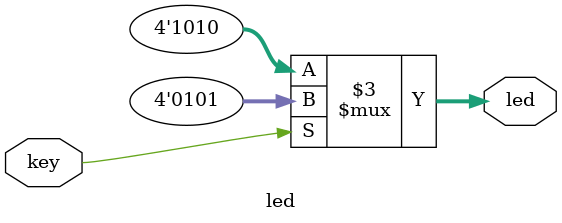
<source format=v>
`timescale 1ns / 1ps


module led(
    input  key,
    output reg[3:0] led
    );
    
always @(key) begin
    if(key)
    led <= 4'b0101;
    else
    led <= 4'b1010;
end

endmodule

</source>
